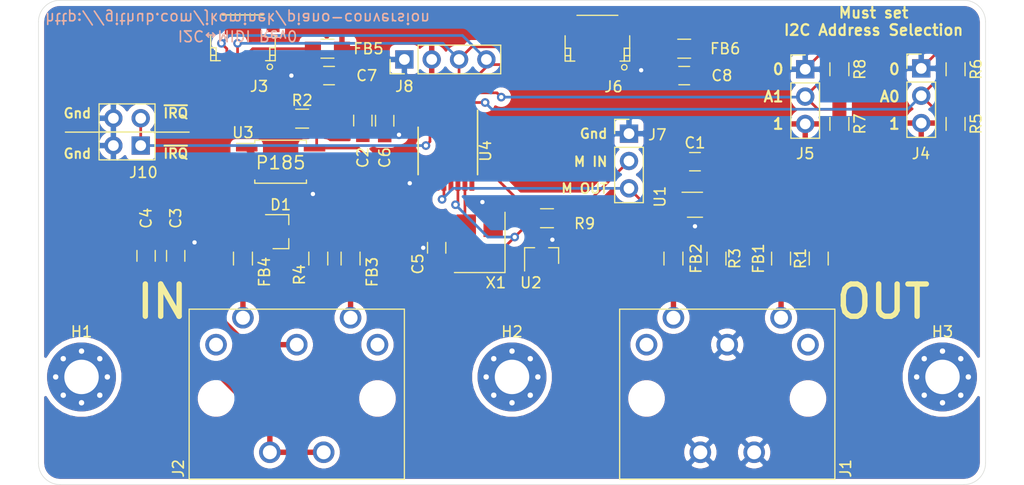
<source format=kicad_pcb>
(kicad_pcb (version 20171130) (host pcbnew "(5.1.7)-1")
  (layers (0 F.Cu signal) (31 B.Cu signal) (34 B.Paste user) (35 F.Paste user) (36 B.SilkS user hide) (37 F.SilkS user) (38 B.Mask user) (39 F.Mask user) (44 Edge.Cuts user))
  (net 0 "")
  (net 1 GND)
  (net 2 +3V3)
  (net 3 "Net-(C3-Pad2)")
  (net 4 "Net-(C4-Pad2)")
  (net 5 "Net-(D1-Pad1)")
  (net 6 "Net-(D1-Pad2)")
  (net 7 "Net-(FB1-Pad2)")
  (net 8 "Net-(FB1-Pad1)")
  (net 9 "Net-(FB2-Pad1)")
  (net 10 "Net-(FB2-Pad2)")
  (net 11 "Net-(FB3-Pad1)")
  (net 12 "Net-(FB4-Pad2)")
  (net 13 /RX)
  (net 14 /TX)
  (net 15 "Net-(R3-Pad1)")
  (net 16 "Net-(FB3-Pad2)")
  (net 17 "Net-(FB5-Pad1)")
  (net 18 "Net-(FB6-Pad1)")
  (net 19 /SCL)
  (net 20 /SDA)
  (net 21 /A0)
  (net 22 /A1)
  (net 23 /~IRQ)
  (net 24 /~RST)
  (net 25 /CLK)
  (module Pin_Headers:Pin_Header_Straight_2x02_Pitch2.54mm (layer F.Cu) (at 125.5 48.5 180)
    (fp_text reference J10 (at -0.25 -2.5 180) (layer F.SilkS))
    (fp_text value Conn_02x02_Odd_Even)
    (fp_line (start -1.33 3.87) (end 3.87 3.87) (layer F.SilkS) (width 0.12))
    (fp_line (start -1.33 -1.33) (end -1.33 3.87) (layer F.SilkS) (width 0.12))
    (fp_line (start 3.87 -1.33) (end 3.87 3.87) (layer F.SilkS) (width 0.12))
    (fp_line (start -1.33 1.27) (end 3.87 1.27) (layer F.SilkS) (width 0.12))
    (fp_line (start -1.33 -1.33) (end 3.87 -1.33) (layer F.SilkS) (width 0.12))
    (pad 4 thru_hole oval (at 2.54 2.54 180) (size 1.7 1.7) (drill 1) (layers *.Cu *.Mask) (net 1 GND))
    (pad 3 thru_hole oval (at 0 2.54 180) (size 1.7 1.7) (drill 1) (layers *.Cu *.Mask) (net 23 /~IRQ))
    (pad 2 thru_hole oval (at 2.54 0 180) (size 1.7 1.7) (drill 1) (layers *.Cu *.Mask) (net 1 GND))
    (pad 1 thru_hole rect (at 0 0 180) (size 1.7 1.7) (drill 1) (layers *.Cu *.Mask) (net 23 /~IRQ))
  )
  (module Housings_SOIC:SO-6_4.4x3.6mm_Pitch1.27mm (layer F.Cu) (at 138.5 50)
    (fp_text reference U3 (at -3.5 -2.7) (layer F.SilkS))
    (fp_text value "TLP185(SE")
    (fp_line (start 2.4 -2) (end 2.4 -1.7) (layer F.SilkS) (width 0.12))
    (fp_line (start -2.4 -2) (end 2.4 -2) (layer F.SilkS) (width 0.12))
    (fp_line (start -2.4 -1.7) (end -2.4 -2) (layer F.SilkS) (width 0.12))
    (fp_line (start -2.4 2) (end -2.4 1.7) (layer F.SilkS) (width 0.12))
    (fp_line (start 2.4 2) (end -2.4 2) (layer F.SilkS) (width 0.12))
    (fp_line (start 2.4 1.7) (end 2.4 2) (layer F.SilkS) (width 0.12))
    (fp_line (start -2.4 -1.7) (end -4.1 -1.7) (layer F.SilkS) (width 0.12))
    (pad 6 smd rect (at 3.15 -1.27) (size 2 0.64) (layers F.Cu F.Paste F.Mask) (net 13 /RX))
    (pad 4 smd rect (at 3.15 1.27) (size 2 0.64) (layers F.Cu F.Paste F.Mask) (net 1 GND))
    (pad 3 smd rect (at -3.15 1.27) (size 2 0.64) (layers F.Cu F.Paste F.Mask) (net 6 "Net-(D1-Pad2)"))
    (pad 1 smd rect (at -3.15 -1.27) (size 2 0.64) (layers F.Cu F.Paste F.Mask) (net 5 "Net-(D1-Pad1)"))
  )
  (module Capacitors_SMD:C_0805_HandSoldering (layer F.Cu) (at 126 58.75 270)
    (fp_text reference C4 (at -3.5 0 90) (layer F.SilkS))
    (fp_text value 0.1uF)
    (fp_line (start -0.5 0.85) (end 0.5 0.85) (layer F.SilkS) (width 0.12))
    (fp_line (start 0.5 -0.85) (end -0.5 -0.85) (layer F.SilkS) (width 0.12))
    (pad 2 smd rect (at 1.25 0 270) (size 1.5 1.25) (layers F.Cu F.Paste F.Mask) (net 4 "Net-(C4-Pad2)"))
    (pad 1 smd rect (at -1.25 0 270) (size 1.5 1.25) (layers F.Cu F.Paste F.Mask) (net 1 GND))
  )
  (module Capacitors_SMD:C_0805_HandSoldering (layer F.Cu) (at 128.75 58.75 270)
    (fp_text reference C3 (at -3.5 0 90) (layer F.SilkS))
    (fp_text value 0.1uF)
    (fp_line (start 0.5 -0.85) (end -0.5 -0.85) (layer F.SilkS) (width 0.12))
    (fp_line (start -0.5 0.85) (end 0.5 0.85) (layer F.SilkS) (width 0.12))
    (pad 1 smd rect (at -1.25 0 270) (size 1.5 1.25) (layers F.Cu F.Paste F.Mask) (net 1 GND))
    (pad 2 smd rect (at 1.25 0 270) (size 1.5 1.25) (layers F.Cu F.Paste F.Mask) (net 3 "Net-(C3-Pad2)"))
  )
  (module TO_SOT_Packages_SMD:SOT-353_SC-70-5_Handsoldering (layer F.Cu) (at 177 54)
    (fp_text reference U1 (at -3.25 -0.75 270) (layer F.SilkS))
    (fp_text value 74LVC1G07)
    (fp_line (start -0.7 1.16) (end 0.7 1.16) (layer F.SilkS) (width 0.12))
    (fp_line (start 0.7 -1.16) (end -1.2 -1.16) (layer F.SilkS) (width 0.12))
    (pad 5 smd rect (at 1.33 -0.65) (size 1.5 0.4) (layers F.Cu F.Paste F.Mask) (net 2 +3V3))
    (pad 4 smd rect (at 1.33 0.65) (size 1.5 0.4) (layers F.Cu F.Paste F.Mask) (net 15 "Net-(R3-Pad1)"))
    (pad 3 smd rect (at -1.33 0.65) (size 1.5 0.4) (layers F.Cu F.Paste F.Mask) (net 1 GND))
    (pad 2 smd rect (at -1.33 0) (size 1.5 0.4) (layers F.Cu F.Paste F.Mask) (net 14 /TX))
    (pad 1 smd rect (at -1.33 -0.65) (size 1.5 0.4) (layers F.Cu F.Paste F.Mask))
  )
  (module footprints:SDS-50J (layer F.Cu) (at 180 77)
    (fp_text reference J1 (at 11 1.5 90) (layer F.SilkS))
    (fp_text value "MIDI OUT")
    (fp_line (start -10 -13.3) (end -10 2.5) (layer F.SilkS) (width 0.12))
    (fp_line (start 10 -13.3) (end -10 -13.3) (layer F.SilkS) (width 0.12))
    (fp_line (start 10 2.5) (end 10 -13.3) (layer F.SilkS) (width 0.12))
    (fp_line (start -10 2.5) (end 10 2.5) (layer F.SilkS) (width 0.12))
    (pad 6 thru_hole circle (at 2.5 0) (size 2 2) (drill 1.3) (layers *.Cu *.Mask) (net 1 GND))
    (pad 6 thru_hole circle (at -2.5 0) (size 2 2) (drill 1.3) (layers *.Cu *.Mask) (net 1 GND))
    (pad 2 thru_hole circle (at 0 -10) (size 2 2) (drill 1.3) (layers *.Cu *.Mask) (net 1 GND))
    (pad 1 thru_hole circle (at 7.5 -10) (size 2 2) (drill 1.3) (layers *.Cu *.Mask))
    (pad 4 thru_hole circle (at 5 -12.5) (size 2 2) (drill 1.3) (layers *.Cu *.Mask) (net 8 "Net-(FB1-Pad1)"))
    (pad 3 thru_hole circle (at -7.5 -10) (size 2 2) (drill 1.3) (layers *.Cu *.Mask))
    (pad 5 thru_hole circle (at -5 -12.5) (size 2 2) (drill 1.3) (layers *.Cu *.Mask) (net 10 "Net-(FB2-Pad2)"))
    (pad "" np_thru_hole circle (at 7.5 -5) (size 2.4 2.4) (drill 2.4) (layers *.Cu *.Mask))
    (pad "" np_thru_hole circle (at -7.5 -5) (size 2.4 2.4) (drill 2.4) (layers *.Cu *.Mask))
  )
  (module footprints:SDS-50J (layer F.Cu) (at 140 77)
    (fp_text reference J2 (at -11 1.5 90) (layer F.SilkS))
    (fp_text value "MIDI IN")
    (fp_line (start -10 2.5) (end 10 2.5) (layer F.SilkS) (width 0.12))
    (fp_line (start 10 2.5) (end 10 -13.3) (layer F.SilkS) (width 0.12))
    (fp_line (start 10 -13.3) (end -10 -13.3) (layer F.SilkS) (width 0.12))
    (fp_line (start -10 -13.3) (end -10 2.5) (layer F.SilkS) (width 0.12))
    (pad "" np_thru_hole circle (at -7.5 -5) (size 2.4 2.4) (drill 2.4) (layers *.Cu *.Mask))
    (pad "" np_thru_hole circle (at 7.5 -5) (size 2.4 2.4) (drill 2.4) (layers *.Cu *.Mask))
    (pad 5 thru_hole circle (at -5 -12.5) (size 2 2) (drill 1.3) (layers *.Cu *.Mask) (net 12 "Net-(FB4-Pad2)"))
    (pad 3 thru_hole circle (at -7.5 -10) (size 2 2) (drill 1.3) (layers *.Cu *.Mask))
    (pad 4 thru_hole circle (at 5 -12.5) (size 2 2) (drill 1.3) (layers *.Cu *.Mask) (net 11 "Net-(FB3-Pad1)"))
    (pad 1 thru_hole circle (at 7.5 -10) (size 2 2) (drill 1.3) (layers *.Cu *.Mask))
    (pad 2 thru_hole circle (at 0 -10) (size 2 2) (drill 1.3) (layers *.Cu *.Mask) (net 3 "Net-(C3-Pad2)"))
    (pad 6 thru_hole circle (at -2.5 0) (size 2 2) (drill 1.3) (layers *.Cu *.Mask) (net 4 "Net-(C4-Pad2)"))
    (pad 6 thru_hole circle (at 2.5 0) (size 2 2) (drill 1.3) (layers *.Cu *.Mask) (net 4 "Net-(C4-Pad2)"))
  )
  (module Capacitors_SMD:C_0805_HandSoldering (layer F.Cu) (at 177 50)
    (fp_text reference C1 (at 0 -1.75) (layer F.SilkS))
    (fp_text value 0.1uF)
    (fp_line (start 0.5 -0.85) (end -0.5 -0.85) (layer F.SilkS) (width 0.12))
    (fp_line (start -0.5 0.85) (end 0.5 0.85) (layer F.SilkS) (width 0.12))
    (pad 1 smd rect (at -1.25 0) (size 1.5 1.25) (layers F.Cu F.Paste F.Mask) (net 1 GND))
    (pad 2 smd rect (at 1.25 0) (size 1.5 1.25) (layers F.Cu F.Paste F.Mask) (net 2 +3V3))
  )
  (module Diodes_SMD:D_SOT-23_ANK (layer F.Cu) (at 138.5 56.5)
    (fp_text reference D1 (at 0 -2.5) (layer F.SilkS))
    (fp_text value BAS16)
    (fp_line (start 0.76 1.58) (end -0.7 1.58) (layer F.SilkS) (width 0.12))
    (fp_line (start 0.76 -1.58) (end -1.4 -1.58) (layer F.SilkS) (width 0.12))
    (fp_line (start 0.76 -1.58) (end 0.76 -0.65) (layer F.SilkS) (width 0.12))
    (fp_line (start 0.76 1.58) (end 0.76 0.65) (layer F.SilkS) (width 0.12))
    (pad 1 smd rect (at 1 0) (size 0.9 0.8) (layers F.Cu F.Paste F.Mask) (net 5 "Net-(D1-Pad1)"))
    (pad "" smd rect (at -1 0.95) (size 0.9 0.8) (layers F.Cu F.Paste F.Mask))
    (pad 2 smd rect (at -1 -0.95) (size 0.9 0.8) (layers F.Cu F.Paste F.Mask) (net 6 "Net-(D1-Pad2)"))
  )
  (module Inductors_SMD:L_0805_HandSoldering (layer F.Cu) (at 185 59 90)
    (fp_text reference FB1 (at 0 -2.1 90) (layer F.SilkS))
    (fp_text value Ferrite)
    (fp_line (start -0.6 -0.88) (end 0.6 -0.88) (layer F.SilkS) (width 0.12))
    (fp_line (start 0.6 0.88) (end -0.6 0.88) (layer F.SilkS) (width 0.12))
    (pad 2 smd rect (at 1.35 0 90) (size 1.5 1.3) (layers F.Cu F.Paste F.Mask) (net 7 "Net-(FB1-Pad2)"))
    (pad 1 smd rect (at -1.35 0 90) (size 1.5 1.3) (layers F.Cu F.Paste F.Mask) (net 8 "Net-(FB1-Pad1)"))
  )
  (module Inductors_SMD:L_0805_HandSoldering (layer F.Cu) (at 175 59 270)
    (fp_text reference FB2 (at 0 -2.1 90) (layer F.SilkS))
    (fp_text value Ferrite)
    (fp_line (start 0.6 0.88) (end -0.6 0.88) (layer F.SilkS) (width 0.12))
    (fp_line (start -0.6 -0.88) (end 0.6 -0.88) (layer F.SilkS) (width 0.12))
    (pad 1 smd rect (at -1.35 0 270) (size 1.5 1.3) (layers F.Cu F.Paste F.Mask) (net 9 "Net-(FB2-Pad1)"))
    (pad 2 smd rect (at 1.35 0 270) (size 1.5 1.3) (layers F.Cu F.Paste F.Mask) (net 10 "Net-(FB2-Pad2)"))
  )
  (module Inductors_SMD:L_0805_HandSoldering (layer F.Cu) (at 145 59 90)
    (fp_text reference FB3 (at -1.25 2 90) (layer F.SilkS))
    (fp_text value Ferrite)
    (fp_line (start -0.6 -0.88) (end 0.6 -0.88) (layer F.SilkS) (width 0.12))
    (fp_line (start 0.6 0.88) (end -0.6 0.88) (layer F.SilkS) (width 0.12))
    (pad 2 smd rect (at 1.35 0 90) (size 1.5 1.3) (layers F.Cu F.Paste F.Mask) (net 16 "Net-(FB3-Pad2)"))
    (pad 1 smd rect (at -1.35 0 90) (size 1.5 1.3) (layers F.Cu F.Paste F.Mask) (net 11 "Net-(FB3-Pad1)"))
  )
  (module Inductors_SMD:L_0805_HandSoldering (layer F.Cu) (at 135 59 270)
    (fp_text reference FB4 (at 1.25 -2 90) (layer F.SilkS))
    (fp_text value Ferrite)
    (fp_line (start 0.6 0.88) (end -0.6 0.88) (layer F.SilkS) (width 0.12))
    (fp_line (start -0.6 -0.88) (end 0.6 -0.88) (layer F.SilkS) (width 0.12))
    (pad 1 smd rect (at -1.35 0 270) (size 1.5 1.3) (layers F.Cu F.Paste F.Mask) (net 6 "Net-(D1-Pad2)"))
    (pad 2 smd rect (at 1.35 0 270) (size 1.5 1.3) (layers F.Cu F.Paste F.Mask) (net 12 "Net-(FB4-Pad2)"))
  )
  (module Resistors_SMD:R_0805_HandSoldering (layer F.Cu) (at 188.5 59 90)
    (fp_text reference R1 (at 0 -1.7 90) (layer F.SilkS))
    (fp_text value R_A)
    (fp_line (start -0.6 -0.88) (end 0.6 -0.88) (layer F.SilkS) (width 0.12))
    (fp_line (start 0.6 0.88) (end -0.6 0.88) (layer F.SilkS) (width 0.12))
    (pad 2 smd rect (at 1.35 0 90) (size 1.5 1.3) (layers F.Cu F.Paste F.Mask) (net 7 "Net-(FB1-Pad2)"))
    (pad 1 smd rect (at -1.35 0 90) (size 1.5 1.3) (layers F.Cu F.Paste F.Mask) (net 2 +3V3))
  )
  (module Resistors_SMD:R_0805_HandSoldering (layer F.Cu) (at 140.5 46)
    (fp_text reference R2 (at 0 -1.7) (layer F.SilkS))
    (fp_text value R_O)
    (fp_line (start 0.6 0.88) (end -0.6 0.88) (layer F.SilkS) (width 0.12))
    (fp_line (start -0.6 -0.88) (end 0.6 -0.88) (layer F.SilkS) (width 0.12))
    (pad 1 smd rect (at -1.35 0) (size 1.5 1.3) (layers F.Cu F.Paste F.Mask) (net 2 +3V3))
    (pad 2 smd rect (at 1.35 0) (size 1.5 1.3) (layers F.Cu F.Paste F.Mask) (net 13 /RX))
  )
  (module Resistors_SMD:R_0805_HandSoldering (layer F.Cu) (at 179 59 270)
    (fp_text reference R3 (at 0 -1.7 90) (layer F.SilkS))
    (fp_text value R_C)
    (fp_line (start -0.6 -0.88) (end 0.6 -0.88) (layer F.SilkS) (width 0.12))
    (fp_line (start 0.6 0.88) (end -0.6 0.88) (layer F.SilkS) (width 0.12))
    (pad 2 smd rect (at 1.35 0 270) (size 1.5 1.3) (layers F.Cu F.Paste F.Mask) (net 9 "Net-(FB2-Pad1)"))
    (pad 1 smd rect (at -1.35 0 270) (size 1.5 1.3) (layers F.Cu F.Paste F.Mask) (net 15 "Net-(R3-Pad1)"))
  )
  (module Resistors_SMD:R_0805_HandSoldering (layer F.Cu) (at 142 59 90)
    (fp_text reference R4 (at -1.5 -1.75 90) (layer F.SilkS))
    (fp_text value 220)
    (fp_line (start -0.6 -0.88) (end 0.6 -0.88) (layer F.SilkS) (width 0.12))
    (fp_line (start 0.6 0.88) (end -0.6 0.88) (layer F.SilkS) (width 0.12))
    (pad 2 smd rect (at 1.35 0 90) (size 1.5 1.3) (layers F.Cu F.Paste F.Mask) (net 16 "Net-(FB3-Pad2)"))
    (pad 1 smd rect (at -1.35 0 90) (size 1.5 1.3) (layers F.Cu F.Paste F.Mask) (net 5 "Net-(D1-Pad1)"))
  )
  (module Capacitors_SMD:C_0805_HandSoldering (layer F.Cu) (at 153 58 270)
    (fp_text reference C5 (at 1.5 1.75 90) (layer F.SilkS))
    (fp_text value 0.1uF)
    (fp_line (start -0.5 0.85) (end 0.5 0.85) (layer F.SilkS) (width 0.12))
    (fp_line (start 0.5 -0.85) (end -0.5 -0.85) (layer F.SilkS) (width 0.12))
    (pad 1 smd rect (at -1.25 0 270) (size 1.5 1.25) (layers F.Cu F.Paste F.Mask) (net 1 GND))
    (pad 2 smd rect (at 1.25 0 270) (size 1.5 1.25) (layers F.Cu F.Paste F.Mask) (net 2 +3V3))
  )
  (module Capacitors_SMD:C_0805_HandSoldering (layer F.Cu) (at 148.17 46.195 90)
    (fp_text reference C6 (at -3.424 0 90) (layer F.SilkS))
    (fp_text value 0.1uF)
    (fp_line (start 0.5 -0.85) (end -0.5 -0.85) (layer F.SilkS) (width 0.12))
    (fp_line (start -0.5 0.85) (end 0.5 0.85) (layer F.SilkS) (width 0.12))
    (pad 2 smd rect (at 1.25 0 90) (size 1.5 1.25) (layers F.Cu F.Paste F.Mask) (net 2 +3V3))
    (pad 1 smd rect (at -1.25 0 90) (size 1.5 1.25) (layers F.Cu F.Paste F.Mask) (net 1 GND))
  )
  (module Capacitors_SMD:C_0805_HandSoldering (layer F.Cu) (at 143 42)
    (fp_text reference C7 (at 3.5 0) (layer F.SilkS))
    (fp_text value 0.1uF)
    (fp_line (start -0.5 0.85) (end 0.5 0.85) (layer F.SilkS) (width 0.12))
    (fp_line (start 0.5 -0.85) (end -0.5 -0.85) (layer F.SilkS) (width 0.12))
    (pad 1 smd rect (at -1.25 0) (size 1.5 1.25) (layers F.Cu F.Paste F.Mask) (net 1 GND))
    (pad 2 smd rect (at 1.25 0) (size 1.5 1.25) (layers F.Cu F.Paste F.Mask) (net 2 +3V3))
  )
  (module Capacitors_SMD:C_0805_HandSoldering (layer F.Cu) (at 176 42)
    (fp_text reference C8 (at 3.5 0) (layer F.SilkS))
    (fp_text value 0.1uF)
    (fp_line (start 0.5 -0.85) (end -0.5 -0.85) (layer F.SilkS) (width 0.12))
    (fp_line (start -0.5 0.85) (end 0.5 0.85) (layer F.SilkS) (width 0.12))
    (pad 2 smd rect (at 1.25 0) (size 1.5 1.25) (layers F.Cu F.Paste F.Mask) (net 2 +3V3))
    (pad 1 smd rect (at -1.25 0) (size 1.5 1.25) (layers F.Cu F.Paste F.Mask) (net 1 GND))
  )
  (module Inductors_SMD:L_0805_HandSoldering (layer F.Cu) (at 142.85 39.5)
    (fp_text reference FB5 (at 3.81 0) (layer F.SilkS))
    (fp_text value FB)
    (fp_line (start -0.6 -0.88) (end 0.6 -0.88) (layer F.SilkS) (width 0.12))
    (fp_line (start 0.6 0.88) (end -0.6 0.88) (layer F.SilkS) (width 0.12))
    (pad 1 smd rect (at -1.35 0) (size 1.5 1.3) (layers F.Cu F.Paste F.Mask) (net 17 "Net-(FB5-Pad1)"))
    (pad 2 smd rect (at 1.35 0) (size 1.5 1.3) (layers F.Cu F.Paste F.Mask) (net 2 +3V3))
  )
  (module Inductors_SMD:L_0805_HandSoldering (layer F.Cu) (at 176 39.5)
    (fp_text reference FB6 (at 3.81 0) (layer F.SilkS))
    (fp_text value FB)
    (fp_line (start 0.6 0.88) (end -0.6 0.88) (layer F.SilkS) (width 0.12))
    (fp_line (start -0.6 -0.88) (end 0.6 -0.88) (layer F.SilkS) (width 0.12))
    (pad 2 smd rect (at 1.35 0) (size 1.5 1.3) (layers F.Cu F.Paste F.Mask) (net 2 +3V3))
    (pad 1 smd rect (at -1.35 0) (size 1.5 1.3) (layers F.Cu F.Paste F.Mask) (net 18 "Net-(FB6-Pad1)"))
  )
  (module Pin_Headers:Pin_Header_Straight_1x03_Pitch2.54mm (layer F.Cu) (at 198.025001 41.330001)
    (fp_text reference J4 (at -0.025001 7.919999) (layer F.SilkS))
    (fp_text value A0)
    (fp_line (start -1.33 -1.33) (end 0 -1.33) (layer F.SilkS) (width 0.12))
    (fp_line (start -1.33 0) (end -1.33 -1.33) (layer F.SilkS) (width 0.12))
    (fp_line (start -1.33 1.27) (end 1.33 1.27) (layer F.SilkS) (width 0.12))
    (fp_line (start 1.33 1.27) (end 1.33 6.41) (layer F.SilkS) (width 0.12))
    (fp_line (start -1.33 1.27) (end -1.33 6.41) (layer F.SilkS) (width 0.12))
    (fp_line (start -1.33 6.41) (end 1.33 6.41) (layer F.SilkS) (width 0.12))
    (pad 1 thru_hole rect (at 0 0) (size 1.7 1.7) (drill 1) (layers *.Cu *.Mask) (net 1 GND))
    (pad 2 thru_hole oval (at 0 2.54) (size 1.7 1.7) (drill 1) (layers *.Cu *.Mask) (net 21 /A0))
    (pad 3 thru_hole oval (at 0 5.08) (size 1.7 1.7) (drill 1) (layers *.Cu *.Mask) (net 2 +3V3))
  )
  (module Pin_Headers:Pin_Header_Straight_1x03_Pitch2.54mm (layer F.Cu) (at 187.245 41.41)
    (fp_text reference J5 (at 0 7.84) (layer F.SilkS))
    (fp_text value A1)
    (fp_line (start -1.33 6.41) (end 1.33 6.41) (layer F.SilkS) (width 0.12))
    (fp_line (start -1.33 1.27) (end -1.33 6.41) (layer F.SilkS) (width 0.12))
    (fp_line (start 1.33 1.27) (end 1.33 6.41) (layer F.SilkS) (width 0.12))
    (fp_line (start -1.33 1.27) (end 1.33 1.27) (layer F.SilkS) (width 0.12))
    (fp_line (start -1.33 0) (end -1.33 -1.33) (layer F.SilkS) (width 0.12))
    (fp_line (start -1.33 -1.33) (end 0 -1.33) (layer F.SilkS) (width 0.12))
    (pad 3 thru_hole oval (at 0 5.08) (size 1.7 1.7) (drill 1) (layers *.Cu *.Mask) (net 2 +3V3))
    (pad 2 thru_hole oval (at 0 2.54) (size 1.7 1.7) (drill 1) (layers *.Cu *.Mask) (net 22 /A1))
    (pad 1 thru_hole rect (at 0 0) (size 1.7 1.7) (drill 1) (layers *.Cu *.Mask) (net 1 GND))
  )
  (module Resistors_SMD:R_0805_HandSoldering (layer F.Cu) (at 201.215 46.49 90)
    (fp_text reference R5 (at 0 1.905 90) (layer F.SilkS))
    (fp_text value DNP)
    (fp_line (start -0.6 -0.88) (end 0.6 -0.88) (layer F.SilkS) (width 0.12))
    (fp_line (start 0.6 0.88) (end -0.6 0.88) (layer F.SilkS) (width 0.12))
    (pad 1 smd rect (at -1.35 0 90) (size 1.5 1.3) (layers F.Cu F.Paste F.Mask) (net 2 +3V3))
    (pad 2 smd rect (at 1.35 0 90) (size 1.5 1.3) (layers F.Cu F.Paste F.Mask) (net 21 /A0))
  )
  (module Resistors_SMD:R_0805_HandSoldering (layer F.Cu) (at 201.215 41.41 270)
    (fp_text reference R6 (at 0 -1.905 90) (layer F.SilkS))
    (fp_text value DNP)
    (fp_line (start 0.6 0.88) (end -0.6 0.88) (layer F.SilkS) (width 0.12))
    (fp_line (start -0.6 -0.88) (end 0.6 -0.88) (layer F.SilkS) (width 0.12))
    (pad 2 smd rect (at 1.35 0 270) (size 1.5 1.3) (layers F.Cu F.Paste F.Mask) (net 21 /A0))
    (pad 1 smd rect (at -1.35 0 270) (size 1.5 1.3) (layers F.Cu F.Paste F.Mask) (net 1 GND))
  )
  (module Resistors_SMD:R_0805_HandSoldering (layer F.Cu) (at 190.42 46.49 90)
    (fp_text reference R7 (at 0 1.905 90) (layer F.SilkS))
    (fp_text value DNP)
    (fp_line (start -0.6 -0.88) (end 0.6 -0.88) (layer F.SilkS) (width 0.12))
    (fp_line (start 0.6 0.88) (end -0.6 0.88) (layer F.SilkS) (width 0.12))
    (pad 1 smd rect (at -1.35 0 90) (size 1.5 1.3) (layers F.Cu F.Paste F.Mask) (net 2 +3V3))
    (pad 2 smd rect (at 1.35 0 90) (size 1.5 1.3) (layers F.Cu F.Paste F.Mask) (net 22 /A1))
  )
  (module Resistors_SMD:R_0805_HandSoldering (layer F.Cu) (at 190.42 41.41 270)
    (fp_text reference R8 (at 0 -1.905 90) (layer F.SilkS))
    (fp_text value DNP)
    (fp_line (start 0.6 0.88) (end -0.6 0.88) (layer F.SilkS) (width 0.12))
    (fp_line (start -0.6 -0.88) (end 0.6 -0.88) (layer F.SilkS) (width 0.12))
    (pad 2 smd rect (at 1.35 0 270) (size 1.5 1.3) (layers F.Cu F.Paste F.Mask) (net 22 /A1))
    (pad 1 smd rect (at -1.35 0 270) (size 1.5 1.3) (layers F.Cu F.Paste F.Mask) (net 1 GND))
  )
  (module Housings_SSOP:TSSOP-16_4.4x5mm_Pitch0.65mm (layer F.Cu) (at 154 49 270)
    (fp_text reference U4 (at 0 -3.55 90) (layer F.SilkS))
    (fp_text value SC16IS740)
    (fp_line (start -2.2 2.725) (end 2.2 2.725) (layer F.SilkS) (width 0.15))
    (fp_line (start -3.775 -2.8) (end 2.2 -2.8) (layer F.SilkS) (width 0.15))
    (pad 16 smd rect (at 2.95 -2.275 270) (size 1.5 0.45) (layers F.Cu F.Paste F.Mask))
    (pad 15 smd rect (at 2.95 -1.625 270) (size 1.5 0.45) (layers F.Cu F.Paste F.Mask) (net 25 /CLK))
    (pad 14 smd rect (at 2.95 -0.975 270) (size 1.5 0.45) (layers F.Cu F.Paste F.Mask) (net 24 /~RST))
    (pad 13 smd rect (at 2.95 -0.325 270) (size 1.5 0.45) (layers F.Cu F.Paste F.Mask) (net 13 /RX))
    (pad 12 smd rect (at 2.95 0.325 270) (size 1.5 0.45) (layers F.Cu F.Paste F.Mask) (net 14 /TX))
    (pad 11 smd rect (at 2.95 0.975 270) (size 1.5 0.45) (layers F.Cu F.Paste F.Mask))
    (pad 10 smd rect (at 2.95 1.625 270) (size 1.5 0.45) (layers F.Cu F.Paste F.Mask))
    (pad 9 smd rect (at 2.95 2.275 270) (size 1.5 0.45) (layers F.Cu F.Paste F.Mask) (net 1 GND))
    (pad 8 smd rect (at -2.95 2.275 270) (size 1.5 0.45) (layers F.Cu F.Paste F.Mask) (net 2 +3V3))
    (pad 7 smd rect (at -2.95 1.625 270) (size 1.5 0.45) (layers F.Cu F.Paste F.Mask) (net 23 /~IRQ))
    (pad 6 smd rect (at -2.95 0.975 270) (size 1.5 0.45) (layers F.Cu F.Paste F.Mask) (net 20 /SDA))
    (pad 5 smd rect (at -2.95 0.325 270) (size 1.5 0.45) (layers F.Cu F.Paste F.Mask) (net 19 /SCL))
    (pad 4 smd rect (at -2.95 -0.325 270) (size 1.5 0.45) (layers F.Cu F.Paste F.Mask))
    (pad 3 smd rect (at -2.95 -0.975 270) (size 1.5 0.45) (layers F.Cu F.Paste F.Mask) (net 22 /A1))
    (pad 2 smd rect (at -2.95 -1.625 270) (size 1.5 0.45) (layers F.Cu F.Paste F.Mask) (net 21 /A0))
    (pad 1 smd rect (at -2.95 -2.275 270) (size 1.5 0.45) (layers F.Cu F.Paste F.Mask) (net 2 +3V3))
  )
  (module Oscillators:Oscillator_SMD_SeikoEpson_SG8002CE-4pin_3.2x2.5mm_HandSoldering (layer F.Cu) (at 157 57.5 90)
    (fp_text reference X1 (at -3.75 1.5 180) (layer F.SilkS))
    (fp_text value SG-5032CAN)
    (fp_line (start -2.8 -2.35) (end -2.8 2.35) (layer F.SilkS) (width 0.12))
    (fp_line (start -2.8 2.35) (end 2.8 2.35) (layer F.SilkS) (width 0.12))
    (pad 4 smd rect (at -1.55 -1.25 90) (size 2.1 1.8) (layers F.Cu F.Paste F.Mask) (net 2 +3V3))
    (pad 3 smd rect (at 1.55 -1.25 90) (size 2.1 1.8) (layers F.Cu F.Paste F.Mask) (net 25 /CLK))
    (pad 2 smd rect (at 1.55 1.25 90) (size 2.1 1.8) (layers F.Cu F.Paste F.Mask) (net 1 GND))
    (pad 1 smd rect (at -1.55 1.25 90) (size 2.1 1.8) (layers F.Cu F.Paste F.Mask) (net 24 /~RST))
  )
  (module Connectors_JST:JST_SH_SM04B-SRSS-TB_04x1.00mm_Angled (layer F.Cu) (at 135 39 180)
    (fp_text reference J3 (at -1.5 -4) (layer F.SilkS))
    (fp_text value Qwiic)
    (fp_circle (center -2.5 -2.1875) (end -2.25 -2.1875) (layer F.SilkS) (width 0.12))
    (fp_line (start -1.9 2.6375) (end 1.9 2.6375) (layer F.SilkS) (width 0.12))
    (fp_line (start -3 0.7375) (end -3 -1.6125) (layer F.SilkS) (width 0.12))
    (fp_line (start -3 -1.6125) (end -2.1 -1.6125) (layer F.SilkS) (width 0.12))
    (fp_line (start -2.5 -1.6125) (end -2.5 -0.4125) (layer F.SilkS) (width 0.12))
    (fp_line (start -2.5 -0.4125) (end -2.5 -0.4125) (layer F.SilkS) (width 0.12))
    (fp_line (start -2.5 -0.4125) (end -2.5 -1.6125) (layer F.SilkS) (width 0.12))
    (fp_line (start -2.5 -1.6125) (end -2.5 -1.6125) (layer F.SilkS) (width 0.12))
    (fp_line (start -2.5 -1.1125) (end -2.5 -1.1125) (layer F.SilkS) (width 0.12))
    (fp_line (start -2.5 -1.1125) (end -3 -1.1125) (layer F.SilkS) (width 0.12))
    (fp_line (start -3 -1.1125) (end -3 -1.1125) (layer F.SilkS) (width 0.12))
    (fp_line (start -3 -1.1125) (end -2.5 -1.1125) (layer F.SilkS) (width 0.12))
    (fp_line (start -2.5 -0.4125) (end -2.5 -0.4125) (layer F.SilkS) (width 0.12))
    (fp_line (start -2.5 -0.4125) (end -3 -0.4125) (layer F.SilkS) (width 0.12))
    (fp_line (start -3 -0.4125) (end -3 -0.4125) (layer F.SilkS) (width 0.12))
    (fp_line (start -3 -0.4125) (end -2.5 -0.4125) (layer F.SilkS) (width 0.12))
    (fp_line (start 3 0.7375) (end 3 -1.6125) (layer F.SilkS) (width 0.12))
    (fp_line (start 3 -1.6125) (end 2.1 -1.6125) (layer F.SilkS) (width 0.12))
    (fp_line (start 2.5 -1.6125) (end 2.5 -0.4125) (layer F.SilkS) (width 0.12))
    (fp_line (start 2.5 -0.4125) (end 2.5 -0.4125) (layer F.SilkS) (width 0.12))
    (fp_line (start 2.5 -0.4125) (end 2.5 -1.6125) (layer F.SilkS) (width 0.12))
    (fp_line (start 2.5 -1.6125) (end 2.5 -1.6125) (layer F.SilkS) (width 0.12))
    (fp_line (start 2.5 -1.1125) (end 2.5 -1.1125) (layer F.SilkS) (width 0.12))
    (fp_line (start 2.5 -1.1125) (end 3 -1.1125) (layer F.SilkS) (width 0.12))
    (fp_line (start 3 -1.1125) (end 3 -1.1125) (layer F.SilkS) (width 0.12))
    (fp_line (start 3 -1.1125) (end 2.5 -1.1125) (layer F.SilkS) (width 0.12))
    (fp_line (start 2.5 -0.4125) (end 2.5 -0.4125) (layer F.SilkS) (width 0.12))
    (fp_line (start 2.5 -0.4125) (end 3 -0.4125) (layer F.SilkS) (width 0.12))
    (fp_line (start 3 -0.4125) (end 3 -0.4125) (layer F.SilkS) (width 0.12))
    (fp_line (start 3 -0.4125) (end 2.5 -0.4125) (layer F.SilkS) (width 0.12))
    (pad "" smd rect (at 2.8 1.9375 180) (size 1.2 1.8) (layers F.Cu F.Paste F.Mask))
    (pad "" smd rect (at -2.8 1.9375 180) (size 1.2 1.8) (layers F.Cu F.Paste F.Mask))
    (pad 4 smd rect (at 1.5 -1.9375 180) (size 0.6 1.55) (layers F.Cu F.Paste F.Mask) (net 19 /SCL))
    (pad 3 smd rect (at 0.5 -1.9375 180) (size 0.6 1.55) (layers F.Cu F.Paste F.Mask) (net 20 /SDA))
    (pad 2 smd rect (at -0.5 -1.9375 180) (size 0.6 1.55) (layers F.Cu F.Paste F.Mask) (net 17 "Net-(FB5-Pad1)"))
    (pad 1 smd rect (at -1.5 -1.9375 180) (size 0.6 1.55) (layers F.Cu F.Paste F.Mask) (net 1 GND))
  )
  (module Connectors_JST:JST_SH_SM04B-SRSS-TB_04x1.00mm_Angled (layer F.Cu) (at 167.935 39.0375 180)
    (fp_text reference J6 (at -1.5 -4) (layer F.SilkS))
    (fp_text value Qwiic)
    (fp_line (start 3 -0.4125) (end 2.5 -0.4125) (layer F.SilkS) (width 0.12))
    (fp_line (start 3 -0.4125) (end 3 -0.4125) (layer F.SilkS) (width 0.12))
    (fp_line (start 2.5 -0.4125) (end 3 -0.4125) (layer F.SilkS) (width 0.12))
    (fp_line (start 2.5 -0.4125) (end 2.5 -0.4125) (layer F.SilkS) (width 0.12))
    (fp_line (start 3 -1.1125) (end 2.5 -1.1125) (layer F.SilkS) (width 0.12))
    (fp_line (start 3 -1.1125) (end 3 -1.1125) (layer F.SilkS) (width 0.12))
    (fp_line (start 2.5 -1.1125) (end 3 -1.1125) (layer F.SilkS) (width 0.12))
    (fp_line (start 2.5 -1.1125) (end 2.5 -1.1125) (layer F.SilkS) (width 0.12))
    (fp_line (start 2.5 -1.6125) (end 2.5 -1.6125) (layer F.SilkS) (width 0.12))
    (fp_line (start 2.5 -0.4125) (end 2.5 -1.6125) (layer F.SilkS) (width 0.12))
    (fp_line (start 2.5 -0.4125) (end 2.5 -0.4125) (layer F.SilkS) (width 0.12))
    (fp_line (start 2.5 -1.6125) (end 2.5 -0.4125) (layer F.SilkS) (width 0.12))
    (fp_line (start 3 -1.6125) (end 2.1 -1.6125) (layer F.SilkS) (width 0.12))
    (fp_line (start 3 0.7375) (end 3 -1.6125) (layer F.SilkS) (width 0.12))
    (fp_line (start -3 -0.4125) (end -2.5 -0.4125) (layer F.SilkS) (width 0.12))
    (fp_line (start -3 -0.4125) (end -3 -0.4125) (layer F.SilkS) (width 0.12))
    (fp_line (start -2.5 -0.4125) (end -3 -0.4125) (layer F.SilkS) (width 0.12))
    (fp_line (start -2.5 -0.4125) (end -2.5 -0.4125) (layer F.SilkS) (width 0.12))
    (fp_line (start -3 -1.1125) (end -2.5 -1.1125) (layer F.SilkS) (width 0.12))
    (fp_line (start -3 -1.1125) (end -3 -1.1125) (layer F.SilkS) (width 0.12))
    (fp_line (start -2.5 -1.1125) (end -3 -1.1125) (layer F.SilkS) (width 0.12))
    (fp_line (start -2.5 -1.1125) (end -2.5 -1.1125) (layer F.SilkS) (width 0.12))
    (fp_line (start -2.5 -1.6125) (end -2.5 -1.6125) (layer F.SilkS) (width 0.12))
    (fp_line (start -2.5 -0.4125) (end -2.5 -1.6125) (layer F.SilkS) (width 0.12))
    (fp_line (start -2.5 -0.4125) (end -2.5 -0.4125) (layer F.SilkS) (width 0.12))
    (fp_line (start -2.5 -1.6125) (end -2.5 -0.4125) (layer F.SilkS) (width 0.12))
    (fp_line (start -3 -1.6125) (end -2.1 -1.6125) (layer F.SilkS) (width 0.12))
    (fp_line (start -3 0.7375) (end -3 -1.6125) (layer F.SilkS) (width 0.12))
    (fp_line (start -1.9 2.6375) (end 1.9 2.6375) (layer F.SilkS) (width 0.12))
    (fp_circle (center -2.5 -2.1875) (end -2.25 -2.1875) (layer F.SilkS) (width 0.12))
    (pad 1 smd rect (at -1.5 -1.9375 180) (size 0.6 1.55) (layers F.Cu F.Paste F.Mask) (net 1 GND))
    (pad 2 smd rect (at -0.5 -1.9375 180) (size 0.6 1.55) (layers F.Cu F.Paste F.Mask) (net 18 "Net-(FB6-Pad1)"))
    (pad 3 smd rect (at 0.5 -1.9375 180) (size 0.6 1.55) (layers F.Cu F.Paste F.Mask) (net 20 /SDA))
    (pad 4 smd rect (at 1.5 -1.9375 180) (size 0.6 1.55) (layers F.Cu F.Paste F.Mask) (net 19 /SCL))
    (pad "" smd rect (at -2.8 1.9375 180) (size 1.2 1.8) (layers F.Cu F.Paste F.Mask))
    (pad "" smd rect (at 2.8 1.9375 180) (size 1.2 1.8) (layers F.Cu F.Paste F.Mask))
  )
  (module Pin_Headers:Pin_Header_Straight_1x03_Pitch2.54mm (layer F.Cu) (at 170.87 47.395)
    (fp_text reference J7 (at 2.63 0.105) (layer F.SilkS))
    (fp_text value UART)
    (fp_line (start -1.33 -1.33) (end 0 -1.33) (layer F.SilkS) (width 0.12))
    (fp_line (start -1.33 0) (end -1.33 -1.33) (layer F.SilkS) (width 0.12))
    (fp_line (start -1.33 1.27) (end 1.33 1.27) (layer F.SilkS) (width 0.12))
    (fp_line (start 1.33 1.27) (end 1.33 6.41) (layer F.SilkS) (width 0.12))
    (fp_line (start -1.33 1.27) (end -1.33 6.41) (layer F.SilkS) (width 0.12))
    (fp_line (start -1.33 6.41) (end 1.33 6.41) (layer F.SilkS) (width 0.12))
    (pad 3 thru_hole oval (at 0 5.08) (size 1.7 1.7) (drill 1) (layers *.Cu *.Mask) (net 14 /TX))
    (pad 2 thru_hole oval (at 0 2.54) (size 1.7 1.7) (drill 1) (layers *.Cu *.Mask) (net 13 /RX))
    (pad 1 thru_hole rect (at 0 0) (size 1.7 1.7) (drill 1) (layers *.Cu *.Mask) (net 1 GND))
  )
  (module Capacitors_SMD:C_0805_HandSoldering (layer F.Cu) (at 146.138 46.175 90)
    (fp_text reference C2 (at -3.444 0 90) (layer F.SilkS))
    (fp_text value 4.7uF)
    (fp_line (start 0.5 -0.85) (end -0.5 -0.85) (layer F.SilkS) (width 0.12))
    (fp_line (start -0.5 0.85) (end 0.5 0.85) (layer F.SilkS) (width 0.12))
    (pad 2 smd rect (at 1.25 0 90) (size 1.5 1.25) (layers F.Cu F.Paste F.Mask) (net 2 +3V3))
    (pad 1 smd rect (at -1.25 0 90) (size 1.5 1.25) (layers F.Cu F.Paste F.Mask) (net 1 GND))
  )
  (module Resistors_SMD:R_0805_HandSoldering (layer F.Cu) (at 163.25 55.25)
    (fp_text reference R9 (at 3.5 0.5) (layer F.SilkS))
    (fp_text value 0/DNP)
    (fp_line (start 0.6 0.88) (end -0.6 0.88) (layer F.SilkS) (width 0.12))
    (fp_line (start -0.6 -0.88) (end 0.6 -0.88) (layer F.SilkS) (width 0.12))
    (pad 2 smd rect (at 1.35 0) (size 1.5 1.3) (layers F.Cu F.Paste F.Mask) (net 2 +3V3))
    (pad 1 smd rect (at -1.35 0) (size 1.5 1.3) (layers F.Cu F.Paste F.Mask) (net 24 /~RST))
  )
  (module TO_SOT_Packages_SMD:SOT-23 (layer F.Cu) (at 162.75 58.75 90)
    (fp_text reference U2 (at -2.5 -1 180) (layer F.SilkS))
    (fp_text value MCP1X0-315)
    (fp_line (start 0.76 1.58) (end 0.76 0.65) (layer F.SilkS) (width 0.12))
    (fp_line (start 0.76 -1.58) (end 0.76 -0.65) (layer F.SilkS) (width 0.12))
    (fp_line (start 0.76 -1.58) (end -1.4 -1.58) (layer F.SilkS) (width 0.12))
    (fp_line (start 0.76 1.58) (end -0.7 1.58) (layer F.SilkS) (width 0.12))
    (pad 3 smd rect (at 1 0 90) (size 0.9 0.8) (layers F.Cu F.Paste F.Mask) (net 1 GND))
    (pad 2 smd rect (at -1 0.95 90) (size 0.9 0.8) (layers F.Cu F.Paste F.Mask) (net 2 +3V3))
    (pad 1 smd rect (at -1 -0.95 90) (size 0.9 0.8) (layers F.Cu F.Paste F.Mask) (net 24 /~RST))
  )
  (module Mounting_Holes:MountingHole_3.2mm_M3_Pad_Via (layer F.Cu) (at 120 70)
    (fp_text reference H1 (at 0 -4.2) (layer F.SilkS))
    (fp_text value MountingHole)
    (pad 1 thru_hole circle (at 1.697056 -1.697056) (size 0.8 0.8) (drill 0.5) (layers *.Cu *.Mask))
    (pad 1 thru_hole circle (at 0 -2.4) (size 0.8 0.8) (drill 0.5) (layers *.Cu *.Mask))
    (pad 1 thru_hole circle (at -1.697056 -1.697056) (size 0.8 0.8) (drill 0.5) (layers *.Cu *.Mask))
    (pad 1 thru_hole circle (at -2.4 0) (size 0.8 0.8) (drill 0.5) (layers *.Cu *.Mask))
    (pad 1 thru_hole circle (at -1.697056 1.697056) (size 0.8 0.8) (drill 0.5) (layers *.Cu *.Mask))
    (pad 1 thru_hole circle (at 0 2.4) (size 0.8 0.8) (drill 0.5) (layers *.Cu *.Mask))
    (pad 1 thru_hole circle (at 1.697056 1.697056) (size 0.8 0.8) (drill 0.5) (layers *.Cu *.Mask))
    (pad 1 thru_hole circle (at 2.4 0) (size 0.8 0.8) (drill 0.5) (layers *.Cu *.Mask))
    (pad 1 thru_hole circle (at 0 0) (size 6.4 6.4) (drill 3.2) (layers *.Cu *.Mask))
  )
  (module Mounting_Holes:MountingHole_3.2mm_M3_Pad_Via (layer F.Cu) (at 160 70)
    (fp_text reference H2 (at 0 -4.2) (layer F.SilkS))
    (fp_text value MountingHole)
    (pad 1 thru_hole circle (at 0 0) (size 6.4 6.4) (drill 3.2) (layers *.Cu *.Mask))
    (pad 1 thru_hole circle (at 2.4 0) (size 0.8 0.8) (drill 0.5) (layers *.Cu *.Mask))
    (pad 1 thru_hole circle (at 1.697056 1.697056) (size 0.8 0.8) (drill 0.5) (layers *.Cu *.Mask))
    (pad 1 thru_hole circle (at 0 2.4) (size 0.8 0.8) (drill 0.5) (layers *.Cu *.Mask))
    (pad 1 thru_hole circle (at -1.697056 1.697056) (size 0.8 0.8) (drill 0.5) (layers *.Cu *.Mask))
    (pad 1 thru_hole circle (at -2.4 0) (size 0.8 0.8) (drill 0.5) (layers *.Cu *.Mask))
    (pad 1 thru_hole circle (at -1.697056 -1.697056) (size 0.8 0.8) (drill 0.5) (layers *.Cu *.Mask))
    (pad 1 thru_hole circle (at 0 -2.4) (size 0.8 0.8) (drill 0.5) (layers *.Cu *.Mask))
    (pad 1 thru_hole circle (at 1.697056 -1.697056) (size 0.8 0.8) (drill 0.5) (layers *.Cu *.Mask))
  )
  (module Mounting_Holes:MountingHole_3.2mm_M3_Pad_Via (layer F.Cu) (at 200 70)
    (fp_text reference H3 (at 0 -4.2) (layer F.SilkS))
    (fp_text value MountingHole)
    (pad 1 thru_hole circle (at 1.697056 -1.697056) (size 0.8 0.8) (drill 0.5) (layers *.Cu *.Mask))
    (pad 1 thru_hole circle (at 0 -2.4) (size 0.8 0.8) (drill 0.5) (layers *.Cu *.Mask))
    (pad 1 thru_hole circle (at -1.697056 -1.697056) (size 0.8 0.8) (drill 0.5) (layers *.Cu *.Mask))
    (pad 1 thru_hole circle (at -2.4 0) (size 0.8 0.8) (drill 0.5) (layers *.Cu *.Mask))
    (pad 1 thru_hole circle (at -1.697056 1.697056) (size 0.8 0.8) (drill 0.5) (layers *.Cu *.Mask))
    (pad 1 thru_hole circle (at 0 2.4) (size 0.8 0.8) (drill 0.5) (layers *.Cu *.Mask))
    (pad 1 thru_hole circle (at 1.697056 1.697056) (size 0.8 0.8) (drill 0.5) (layers *.Cu *.Mask))
    (pad 1 thru_hole circle (at 2.4 0) (size 0.8 0.8) (drill 0.5) (layers *.Cu *.Mask))
    (pad 1 thru_hole circle (at 0 0) (size 6.4 6.4) (drill 3.2) (layers *.Cu *.Mask))
  )
  (module Pin_Headers:Pin_Header_Straight_1x04_Pitch2.54mm (layer F.Cu) (at 150 40.5 90)
    (fp_text reference J8 (at -2.5 0 180) (layer F.SilkS))
    (fp_text value I2C)
    (fp_line (start -1.33 8.95) (end 1.33 8.95) (layer F.SilkS) (width 0.12))
    (fp_line (start -1.33 1.27) (end -1.33 8.95) (layer F.SilkS) (width 0.12))
    (fp_line (start 1.33 1.27) (end 1.33 8.95) (layer F.SilkS) (width 0.12))
    (fp_line (start -1.33 1.27) (end 1.33 1.27) (layer F.SilkS) (width 0.12))
    (fp_line (start -1.33 0) (end -1.33 -1.33) (layer F.SilkS) (width 0.12))
    (fp_line (start -1.33 -1.33) (end 0 -1.33) (layer F.SilkS) (width 0.12))
    (pad 4 thru_hole oval (at 0 7.62 90) (size 1.7 1.7) (drill 1) (layers *.Cu *.Mask) (net 19 /SCL))
    (pad 3 thru_hole oval (at 0 5.08 90) (size 1.7 1.7) (drill 1) (layers *.Cu *.Mask) (net 20 /SDA))
    (pad 2 thru_hole oval (at 0 2.54 90) (size 1.7 1.7) (drill 1) (layers *.Cu *.Mask) (net 2 +3V3))
    (pad 1 thru_hole rect (at 0 0 90) (size 1.7 1.7) (drill 1) (layers *.Cu *.Mask) (net 1 GND))
  )
  (gr_text P185 (at 138.5 50.1) (layer F.SilkS) (effects (font (size 1.2 1.2) (thickness 0.155))))
  (gr_line (start 118.5 47.25) (end 130 47.25) (layer F.SilkS) (width 0.12))
  (gr_text ~IRQ (at 127.5 45.5) (layer F.SilkS) (effects (font (size 0.9 0.9) (thickness 0.18)) (justify left)))
  (gr_text ~IRQ (at 127.5 49.25) (layer F.SilkS) (effects (font (size 0.9 0.9) (thickness 0.18)) (justify left)))
  (gr_text Gnd (at 121 49.25) (layer F.SilkS) (effects (font (size 0.9 0.9) (thickness 0.18)) (justify right)))
  (gr_text Gnd (at 121 45.5) (layer F.SilkS) (effects (font (size 0.9 0.9) (thickness 0.18)) (justify right)))
  (gr_text "M OUT" (at 169 52.5) (layer F.SilkS) (effects (font (size 0.9 0.9) (thickness 0.18)) (justify right)))
  (gr_text "M IN" (at 168.965 50) (layer F.SilkS) (effects (font (size 0.9 0.9) (thickness 0.18)) (justify right)))
  (gr_text Gnd (at 168.965 47.395) (layer F.SilkS) (effects (font (size 0.9 0.9) (thickness 0.18)) (justify right)))
  (gr_text "Must set\nI2C Address Selection\n" (at 193.595 36.965) (layer F.SilkS) (effects (font (size 1 1) (thickness 0.2))))
  (gr_text 1 (at 185.34 46.49) (layer F.SilkS) (effects (font (size 1 1) (thickness 0.2)) (justify right)))
  (gr_text 0 (at 185.34 41.41) (layer F.SilkS) (effects (font (size 1 1) (thickness 0.2)) (justify right)))
  (gr_text A1 (at 185.34 43.95) (layer F.SilkS) (effects (font (size 1 1) (thickness 0.2)) (justify right)))
  (gr_text 1 (at 196.135 46.49) (layer F.SilkS) (effects (font (size 1 1) (thickness 0.2)) (justify right)))
  (gr_text 0 (at 196.135 41.41) (layer F.SilkS) (effects (font (size 1 1) (thickness 0.2)) (justify right)))
  (gr_text A0 (at 196.135 43.95) (layer F.SilkS) (effects (font (size 1 1) (thickness 0.2)) (justify right)))
  (gr_arc (start 118 78) (end 116 78) (angle -90) (layer Edge.Cuts) (width 0.05))
  (gr_arc (start 202 78) (end 202 80) (angle -90) (layer Edge.Cuts) (width 0.05))
  (gr_arc (start 118 37) (end 118 35) (angle -90) (layer Edge.Cuts) (width 0.05))
  (gr_arc (start 202 37) (end 204 37) (angle -90) (layer Edge.Cuts) (width 0.05))
  (gr_text "I2C↔MIDI Rev0\nhttp://github.com/jkominek/piano-conversion" (at 134.5 37.5 180) (layer B.SilkS) (effects (font (size 1 1)) (justify mirror)))
  (gr_text IN (at 127.5 63) (layer F.SilkS) (effects (font (size 3 3) (thickness 0.5))))
  (gr_text OUT (at 194.5 63) (layer F.SilkS) (effects (font (size 3 3) (thickness 0.5))))
  (gr_line (start 202 35) (end 118 35) (layer Edge.Cuts) (width 0.05))
  (gr_line (start 204 78) (end 204 37) (layer Edge.Cuts) (width 0.05))
  (gr_line (start 118 80) (end 202 80) (layer Edge.Cuts) (width 0.05))
  (gr_line (start 116 37) (end 116 78) (layer Edge.Cuts) (width 0.05))
  (via (at 141.5 53) (size 0.8) (drill 0.4) (layers F.Cu B.Cu) (net 1))
  (via (at 139.5 42) (size 0.8) (drill 0.4) (layers F.Cu B.Cu) (net 1))
  (segment (start 141.75 42) (end 139.5 42) (width 0.5) (layer F.Cu) (net 1))
  (segment (start 138.4375 40.9375) (end 139.5 42) (width 0.5) (layer F.Cu) (net 1))
  (segment (start 136.5 40.9375) (end 138.4375 40.9375) (width 0.5) (layer F.Cu) (net 1))
  (segment (start 141.65 52.85) (end 141.5 53) (width 0.25) (layer F.Cu) (net 1))
  (segment (start 141.65 51.27) (end 141.65 52.85) (width 0.25) (layer F.Cu) (net 1))
  (segment (start 176.555002 54.65) (end 175.67 54.65) (width 0.25) (layer F.Cu) (net 1))
  (segment (start 176.745001 54.460001) (end 176.555002 54.65) (width 0.25) (layer F.Cu) (net 1))
  (segment (start 176.745001 50.995001) (end 176.745001 54.460001) (width 0.25) (layer F.Cu) (net 1))
  (segment (start 175.75 50) (end 176.745001 50.995001) (width 0.25) (layer F.Cu) (net 1))
  (via (at 177 56) (size 0.8) (drill 0.4) (layers F.Cu B.Cu) (net 1))
  (segment (start 177 55.094998) (end 176.555002 54.65) (width 0.25) (layer F.Cu) (net 1))
  (segment (start 177 56) (end 177 55.094998) (width 0.25) (layer F.Cu) (net 1))
  (via (at 172 41.5) (size 0.8) (drill 0.4) (layers F.Cu B.Cu) (net 1))
  (segment (start 171.475 40.975) (end 172 41.5) (width 0.5) (layer F.Cu) (net 1))
  (segment (start 169.435 40.975) (end 171.475 40.975) (width 0.5) (layer F.Cu) (net 1))
  (segment (start 172.5 42) (end 172 41.5) (width 0.5) (layer F.Cu) (net 1))
  (segment (start 174.75 42) (end 172.5 42) (width 0.5) (layer F.Cu) (net 1))
  (segment (start 188.595 40.06) (end 187.245 41.41) (width 0.25) (layer F.Cu) (net 1))
  (segment (start 190.42 40.06) (end 188.595 40.06) (width 0.25) (layer F.Cu) (net 1))
  (segment (start 199.295002 40.06) (end 198.025001 41.330001) (width 0.25) (layer F.Cu) (net 1))
  (segment (start 201.215 40.06) (end 199.295002 40.06) (width 0.25) (layer F.Cu) (net 1))
  (via (at 150.5 52) (size 0.8) (drill 0.4) (layers F.Cu B.Cu) (net 1))
  (segment (start 150.55 51.95) (end 150.5 52) (width 0.25) (layer F.Cu) (net 1))
  (segment (start 151.725 51.95) (end 150.55 51.95) (width 0.25) (layer F.Cu) (net 1))
  (via (at 149.5 47.5) (size 0.8) (drill 0.4) (layers F.Cu B.Cu) (net 1))
  (segment (start 148.15 47.425) (end 148.17 47.445) (width 0.25) (layer F.Cu) (net 1))
  (segment (start 146.138 47.425) (end 148.15 47.425) (width 0.25) (layer F.Cu) (net 1))
  (segment (start 149.445 47.445) (end 149.5 47.5) (width 0.25) (layer F.Cu) (net 1))
  (segment (start 148.17 47.445) (end 149.445 47.445) (width 0.25) (layer F.Cu) (net 1))
  (via (at 157.25 53.75) (size 0.8) (drill 0.4) (layers F.Cu B.Cu) (net 1))
  (via (at 163.75 57.25) (size 0.8) (drill 0.4) (layers F.Cu B.Cu) (net 1))
  (segment (start 163.25 57.25) (end 162.75 57.75) (width 0.25) (layer F.Cu) (net 1))
  (segment (start 163.75 57.25) (end 163.25 57.25) (width 0.25) (layer F.Cu) (net 1))
  (segment (start 158.25 55.575) (end 158.25 55.95) (width 0.25) (layer F.Cu) (net 1))
  (segment (start 158.25 54.75) (end 157.25 53.75) (width 0.25) (layer F.Cu) (net 1))
  (segment (start 158.25 55.95) (end 158.25 54.75) (width 0.25) (layer F.Cu) (net 1))
  (via (at 151.75 58) (size 0.8) (drill 0.4) (layers F.Cu B.Cu) (net 1))
  (segment (start 153 56.75) (end 151.75 58) (width 0.25) (layer F.Cu) (net 1))
  (via (at 130.5 57.5) (size 0.8) (drill 0.4) (layers F.Cu B.Cu) (net 1))
  (segment (start 130.5 57.5) (end 128.75 57.5) (width 0.5) (layer F.Cu) (net 1))
  (segment (start 128.75 57.5) (end 126 57.5) (width 0.5) (layer F.Cu) (net 1))
  (segment (start 151.725 46.05) (end 150.55 46.05) (width 0.25) (layer F.Cu) (net 2))
  (segment (start 156.275 46.05) (end 157.45 46.05) (width 0.25) (layer F.Cu) (net 2))
  (segment (start 163.7 59.75) (end 163.75 59.75) (width 0.25) (layer F.Cu) (net 2))
  (segment (start 128.75 60.396002) (end 128.75 60) (width 0.5) (layer F.Cu) (net 3))
  (segment (start 135.353998 67) (end 128.75 60.396002) (width 0.5) (layer F.Cu) (net 3))
  (segment (start 140 67) (end 135.353998 67) (width 0.5) (layer F.Cu) (net 3))
  (segment (start 142.5 77) (end 137.5 77) (width 0.5) (layer F.Cu) (net 4))
  (segment (start 137.5 74.557998) (end 137.5 77) (width 0.5) (layer F.Cu) (net 4))
  (segment (start 126 63.057998) (end 137.5 74.557998) (width 0.5) (layer F.Cu) (net 4))
  (segment (start 126 60) (end 126 63.057998) (width 0.5) (layer F.Cu) (net 4))
  (segment (start 139.5 52.88) (end 139.5 56.5) (width 0.5) (layer F.Cu) (net 5))
  (segment (start 135.35 48.73) (end 139.5 52.88) (width 0.5) (layer F.Cu) (net 5))
  (segment (start 139.5 57.85) (end 139.5 56.5) (width 0.5) (layer F.Cu) (net 5))
  (segment (start 142 60.35) (end 139.5 57.85) (width 0.5) (layer F.Cu) (net 5))
  (segment (start 137.1 55.55) (end 135 57.65) (width 0.5) (layer F.Cu) (net 6))
  (segment (start 137.5 55.55) (end 137.1 55.55) (width 0.5) (layer F.Cu) (net 6))
  (segment (start 135.35 53.4) (end 137.5 55.55) (width 0.5) (layer F.Cu) (net 6))
  (segment (start 135.35 51.27) (end 135.35 53.4) (width 0.5) (layer F.Cu) (net 6))
  (segment (start 188.5 57.65) (end 185 57.65) (width 0.5) (layer F.Cu) (net 7))
  (segment (start 185 60.35) (end 185 64.5) (width 0.5) (layer F.Cu) (net 8))
  (segment (start 177.7 60.35) (end 175 57.65) (width 0.5) (layer F.Cu) (net 9))
  (segment (start 179 60.35) (end 177.7 60.35) (width 0.5) (layer F.Cu) (net 9))
  (segment (start 175 60.35) (end 175 64.5) (width 0.5) (layer F.Cu) (net 10))
  (segment (start 145 60.35) (end 145 64.5) (width 0.5) (layer F.Cu) (net 11))
  (segment (start 135 60.35) (end 135 64.5) (width 0.5) (layer F.Cu) (net 12))
  (segment (start 141.85 48.53) (end 141.65 48.73) (width 0.25) (layer F.Cu) (net 13))
  (segment (start 141.85 46) (end 141.85 48.53) (width 0.25) (layer F.Cu) (net 13))
  (segment (start 154.325 51.95) (end 154.325 50.825) (width 0.25) (layer F.Cu) (net 13))
  (segment (start 154.325 50.825) (end 154 50.5) (width 0.25) (layer F.Cu) (net 13))
  (segment (start 154 50.5) (end 147.5 50.5) (width 0.25) (layer F.Cu) (net 13))
  (segment (start 145.73 48.73) (end 141.65 48.73) (width 0.25) (layer F.Cu) (net 13))
  (segment (start 147.5 50.5) (end 145.73 48.73) (width 0.25) (layer F.Cu) (net 13))
  (segment (start 170.565 49.935) (end 170.87 49.935) (width 0.25) (layer F.Cu) (net 13))
  (segment (start 167.305 53.5) (end 170.87 49.935) (width 0.25) (layer F.Cu) (net 13))
  (segment (start 160.5 53.5) (end 167.305 53.5) (width 0.25) (layer F.Cu) (net 13))
  (segment (start 157.825 50.825) (end 160.5 53.5) (width 0.25) (layer F.Cu) (net 13))
  (segment (start 154.325 50.825) (end 157.825 50.825) (width 0.25) (layer F.Cu) (net 13))
  (segment (start 153.675 52.325) (end 153.575001 52.424999) (width 0.25) (layer F.Cu) (net 14))
  (via (at 153.5 53.5) (size 0.8) (drill 0.4) (layers F.Cu B.Cu) (net 14))
  (segment (start 154.525 52.475) (end 153.5 53.5) (width 0.25) (layer B.Cu) (net 14))
  (segment (start 170.87 52.475) (end 154.525 52.475) (width 0.25) (layer B.Cu) (net 14))
  (segment (start 153.675 53.325) (end 153.5 53.5) (width 0.25) (layer F.Cu) (net 14))
  (segment (start 153.675 51.95) (end 153.675 53.325) (width 0.25) (layer F.Cu) (net 14))
  (segment (start 172.395 54) (end 170.87 52.475) (width 0.25) (layer F.Cu) (net 14))
  (segment (start 175.67 54) (end 172.395 54) (width 0.25) (layer F.Cu) (net 14))
  (segment (start 178.33 56.98) (end 179 57.65) (width 0.5) (layer F.Cu) (net 15))
  (segment (start 178.33 54.65) (end 178.33 56.98) (width 0.5) (layer F.Cu) (net 15))
  (segment (start 142 57.65) (end 145 57.65) (width 0.5) (layer F.Cu) (net 16))
  (segment (start 135.5 39.9125) (end 135.5 40.9375) (width 0.25) (layer F.Cu) (net 17))
  (segment (start 135.9125 39.5) (end 135.5 39.9125) (width 0.25) (layer F.Cu) (net 17))
  (segment (start 141.5 39.5) (end 135.9125 39.5) (width 0.25) (layer F.Cu) (net 17))
  (segment (start 168.435 39.95) (end 168.435 40.975) (width 0.25) (layer F.Cu) (net 18))
  (segment (start 168.885 39.5) (end 168.435 39.95) (width 0.25) (layer F.Cu) (net 18))
  (segment (start 174.65 39.5) (end 168.885 39.5) (width 0.25) (layer F.Cu) (net 18))
  (via (at 133 39) (size 0.8) (drill 0.4) (layers F.Cu B.Cu) (net 19))
  (segment (start 157.62 41.194998) (end 157.62 40.5) (width 0.25) (layer F.Cu) (net 19))
  (segment (start 153.675 45.139998) (end 157.62 41.194998) (width 0.25) (layer F.Cu) (net 19))
  (segment (start 153.675 46.05) (end 153.675 45.139998) (width 0.25) (layer F.Cu) (net 19))
  (segment (start 158.095 40.975) (end 157.62 40.5) (width 0.25) (layer F.Cu) (net 19))
  (segment (start 166.435 40.975) (end 158.095 40.975) (width 0.25) (layer F.Cu) (net 19))
  (segment (start 133.5 39.5) (end 133 39) (width 0.25) (layer F.Cu) (net 19))
  (segment (start 133.5 40.9375) (end 133.5 39.5) (width 0.25) (layer F.Cu) (net 19))
  (segment (start 133.725001 38.274999) (end 133 39) (width 0.25) (layer B.Cu) (net 19))
  (segment (start 155.394999 38.274999) (end 133.725001 38.274999) (width 0.25) (layer B.Cu) (net 19))
  (segment (start 157.62 40.5) (end 155.394999 38.274999) (width 0.25) (layer B.Cu) (net 19))
  (via (at 134.5 39) (size 0.8) (drill 0.4) (layers F.Cu B.Cu) (net 20))
  (segment (start 155.08 42.995) (end 155.08 40.5) (width 0.25) (layer F.Cu) (net 20))
  (segment (start 153.025 45.05) (end 155.08 42.995) (width 0.25) (layer F.Cu) (net 20))
  (segment (start 153.025 46.05) (end 153.025 45.05) (width 0.25) (layer F.Cu) (net 20))
  (segment (start 167.435 39.95) (end 167.435 40.975) (width 0.25) (layer F.Cu) (net 20))
  (segment (start 166.809999 39.324999) (end 167.435 39.95) (width 0.25) (layer F.Cu) (net 20))
  (segment (start 156.255001 39.324999) (end 166.809999 39.324999) (width 0.25) (layer F.Cu) (net 20))
  (segment (start 155.08 40.5) (end 156.255001 39.324999) (width 0.25) (layer F.Cu) (net 20))
  (segment (start 134.5 40.9375) (end 134.5 39) (width 0.25) (layer F.Cu) (net 20))
  (segment (start 153.58 39) (end 134.5 39) (width 0.25) (layer B.Cu) (net 20))
  (segment (start 155.08 40.5) (end 153.58 39) (width 0.25) (layer B.Cu) (net 20))
  (via (at 157.5 44.5) (size 0.8) (drill 0.4) (layers F.Cu B.Cu) (net 21))
  (segment (start 155.625 45.139998) (end 155.625 46.05) (width 0.25) (layer F.Cu) (net 21))
  (segment (start 156.264998 44.5) (end 155.625 45.139998) (width 0.25) (layer F.Cu) (net 21))
  (segment (start 157.5 44.5) (end 156.264998 44.5) (width 0.25) (layer F.Cu) (net 21))
  (segment (start 196.770001 45.125001) (end 198.025001 43.870001) (width 0.25) (layer B.Cu) (net 21))
  (segment (start 158.125001 45.125001) (end 196.770001 45.125001) (width 0.25) (layer B.Cu) (net 21))
  (segment (start 157.5 44.5) (end 158.125001 45.125001) (width 0.25) (layer B.Cu) (net 21))
  (segment (start 199.135002 42.76) (end 198.025001 43.870001) (width 0.25) (layer F.Cu) (net 21))
  (segment (start 201.215 42.76) (end 199.135002 42.76) (width 0.25) (layer F.Cu) (net 21))
  (segment (start 199.295 45.14) (end 198.025001 43.870001) (width 0.25) (layer F.Cu) (net 21))
  (segment (start 201.215 45.14) (end 199.295 45.14) (width 0.25) (layer F.Cu) (net 21))
  (via (at 159 44) (size 0.8) (drill 0.4) (layers F.Cu B.Cu) (net 22))
  (segment (start 154.975 45.139998) (end 154.975 46.05) (width 0.25) (layer F.Cu) (net 22))
  (segment (start 156.514997 43.600001) (end 154.975 45.139998) (width 0.25) (layer F.Cu) (net 22))
  (segment (start 158.600001 43.600001) (end 156.514997 43.600001) (width 0.25) (layer F.Cu) (net 22))
  (segment (start 159 44) (end 158.600001 43.600001) (width 0.25) (layer F.Cu) (net 22))
  (segment (start 187.195 44) (end 187.245 43.95) (width 0.25) (layer B.Cu) (net 22))
  (segment (start 159 44) (end 187.195 44) (width 0.25) (layer B.Cu) (net 22))
  (segment (start 188.435 42.76) (end 187.245 43.95) (width 0.25) (layer F.Cu) (net 22))
  (segment (start 190.42 42.76) (end 188.435 42.76) (width 0.25) (layer F.Cu) (net 22))
  (segment (start 188.435 45.14) (end 187.245 43.95) (width 0.25) (layer F.Cu) (net 22))
  (segment (start 190.42 45.14) (end 188.435 45.14) (width 0.25) (layer F.Cu) (net 22))
  (via (at 152 48.5) (size 0.8) (drill 0.4) (layers F.Cu B.Cu) (net 23))
  (segment (start 125.5 45.96) (end 125.5 48.5) (width 0.25) (layer F.Cu) (net 23))
  (segment (start 152.375 48.125) (end 152 48.5) (width 0.25) (layer F.Cu) (net 23))
  (segment (start 152.375 46.05) (end 152.375 48.125) (width 0.25) (layer F.Cu) (net 23))
  (segment (start 152 48.5) (end 125.5 48.5) (width 0.25) (layer B.Cu) (net 23))
  (segment (start 158.05 59.25) (end 158.25 59.05) (width 0.25) (layer F.Cu) (net 24))
  (segment (start 161.9 59.65) (end 161.8 59.75) (width 0.25) (layer F.Cu) (net 24))
  (segment (start 161.9 55.25) (end 161.9 59.65) (width 0.25) (layer F.Cu) (net 24))
  (via (at 154.75 54) (size 0.8) (drill 0.4) (layers F.Cu B.Cu) (net 24))
  (segment (start 154.975 53.775) (end 154.75 54) (width 0.25) (layer F.Cu) (net 24))
  (segment (start 154.975 51.95) (end 154.975 53.775) (width 0.25) (layer F.Cu) (net 24))
  (via (at 160.25 57) (size 0.8) (drill 0.4) (layers F.Cu B.Cu) (net 24))
  (segment (start 158.25 59) (end 160.25 57) (width 0.25) (layer F.Cu) (net 24))
  (segment (start 158.25 59.05) (end 158.25 59) (width 0.25) (layer F.Cu) (net 24))
  (segment (start 161.9 55.35) (end 160.25 57) (width 0.25) (layer F.Cu) (net 24))
  (segment (start 161.9 55.25) (end 161.9 55.35) (width 0.25) (layer F.Cu) (net 24))
  (segment (start 157.75 57) (end 154.75 54) (width 0.25) (layer B.Cu) (net 24))
  (segment (start 160.25 57) (end 157.75 57) (width 0.25) (layer B.Cu) (net 24))
  (segment (start 155.625 55.825) (end 155.75 55.95) (width 0.25) (layer F.Cu) (net 25))
  (segment (start 155.625 51.95) (end 155.625 55.825) (width 0.25) (layer F.Cu) (net 25))
  (zone (net 1) (net_name GND) (layer B.Cu) (connect_pads (clearance 0.508)) (min_thickness 0.254) (fill yes (arc_segments 32) (thermal_gap 0.508) (thermal_bridge_width 0.508))
    (polygon (pts (xy 204.47 80) (xy 116 80) (xy 116 35) (xy 204.47 35)))
  )
  (zone (net 2) (net_name +3V3) (layer F.Cu) (connect_pads (clearance 0.508)) (min_thickness 0.254) (fill yes (arc_segments 32) (thermal_gap 0.6) (thermal_bridge_width 0.5) (smoothing fillet) (radius 1))
    (polygon (pts (xy 204.47 80) (xy 116 80) (xy 116 35) (xy 204.47 35)))
  )
)
</source>
